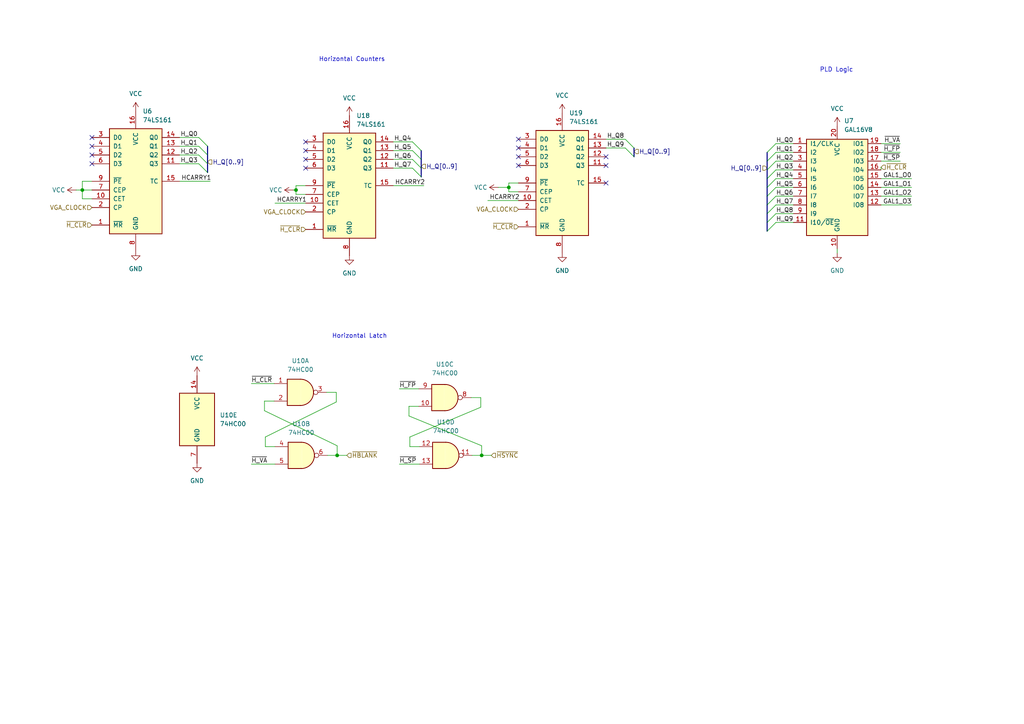
<source format=kicad_sch>
(kicad_sch (version 20211123) (generator eeschema)
  (paper "A4")
  (title_block (title "Horizontal") (date "9/12/22") (rev "1.0") (company "Korey Bliss") (comment 1 "https://github.com/kblissExternal/6502"))
  (lib_symbols
    (symbol "74xx:74HC00" (pin_names (offset 1.016))
      (property "Reference" "U" (at 0 1.27 0))
      (property "Value" "74HC00" (at 0 -1.27 0))
      (symbol "74HC00_1_1"
        (arc (start 0 -3.81) (mid 3.81 0) (end 0 3.81) (stroke (width 0.254)) (fill (type background)))
        (polyline (pts (xy 0 3.81) (xy -3.81 3.81) (xy -3.81 -3.81) (xy 0 -3.81)) (stroke (width 0.254)) (fill (type background)))
        (pin input line (at -7.62 2.54 0) (length 3.81) (name "~") (number "1"))
        (pin input line (at -7.62 -2.54 0) (length 3.81) (name "~") (number "2"))
        (pin output inverted (at 7.62 0 180) (length 3.81) (name "~") (number "3"))
      )
      (symbol "74HC00_1_2"
        (arc (start -3.81 -3.81) (mid -2.589 0) (end -3.81 3.81) (stroke (width 0.254)))
        (arc (start -0.6096 -3.81) (mid 2.1842 -2.5851) (end 3.81 0) (stroke (width 0.254)) (fill (type background)))
        (polyline (pts (xy -3.81 -3.81) (xy -0.635 -3.81)) (stroke (width 0.254)) (fill (type background)))
        (polyline (pts (xy -3.81 3.81) (xy -0.635 3.81)) (stroke (width 0.254)) (fill (type background)))
        (polyline (pts (xy -0.635 3.81) (xy -3.81 3.81) (xy -3.81 3.81) (xy -3.556 3.4036) (xy -3.0226 2.2606) (xy -2.6924 1.0414) (xy -2.6162 -0.254) (xy -2.7686 -1.4986) (xy -3.175 -2.7178) (xy -3.81 -3.81) (xy -3.81 -3.81) (xy -0.635 -3.81)) (stroke (width -25.4)) (fill (type background)))
        (arc (start 3.81 0) (mid 2.1915 2.5936) (end -0.6096 3.81) (stroke (width 0.254)) (fill (type background)))
        (pin input inverted (at -7.62 2.54 0) (length 4.318) (name "~") (number "1"))
        (pin input inverted (at -7.62 -2.54 0) (length 4.318) (name "~") (number "2"))
        (pin output line (at 7.62 0 180) (length 3.81) (name "~") (number "3"))
      )
      (symbol "74HC00_2_1"
        (arc (start 0 -3.81) (mid 3.81 0) (end 0 3.81) (stroke (width 0.254)) (fill (type background)))
        (polyline (pts (xy 0 3.81) (xy -3.81 3.81) (xy -3.81 -3.81) (xy 0 -3.81)) (stroke (width 0.254)) (fill (type background)))
        (pin input line (at -7.62 2.54 0) (length 3.81) (name "~") (number "4"))
        (pin input line (at -7.62 -2.54 0) (length 3.81) (name "~") (number "5"))
        (pin output inverted (at 7.62 0 180) (length 3.81) (name "~") (number "6"))
      )
      (symbol "74HC00_2_2"
        (arc (start -3.81 -3.81) (mid -2.589 0) (end -3.81 3.81) (stroke (width 0.254)))
        (arc (start -0.6096 -3.81) (mid 2.1842 -2.5851) (end 3.81 0) (stroke (width 0.254)) (fill (type background)))
        (polyline (pts (xy -3.81 -3.81) (xy -0.635 -3.81)) (stroke (width 0.254)) (fill (type background)))
        (polyline (pts (xy -3.81 3.81) (xy -0.635 3.81)) (stroke (width 0.254)) (fill (type background)))
        (polyline (pts (xy -0.635 3.81) (xy -3.81 3.81) (xy -3.81 3.81) (xy -3.556 3.4036) (xy -3.0226 2.2606) (xy -2.6924 1.0414) (xy -2.6162 -0.254) (xy -2.7686 -1.4986) (xy -3.175 -2.7178) (xy -3.81 -3.81) (xy -3.81 -3.81) (xy -0.635 -3.81)) (stroke (width -25.4)) (fill (type background)))
        (arc (start 3.81 0) (mid 2.1915 2.5936) (end -0.6096 3.81) (stroke (width 0.254)) (fill (type background)))
        (pin input inverted (at -7.62 2.54 0) (length 4.318) (name "~") (number "4"))
        (pin input inverted (at -7.62 -2.54 0) (length 4.318) (name "~") (number "5"))
        (pin output line (at 7.62 0 180) (length 3.81) (name "~") (number "6"))
      )
      (symbol "74HC00_3_1"
        (arc (start 0 -3.81) (mid 3.81 0) (end 0 3.81) (stroke (width 0.254)) (fill (type background)))
        (polyline (pts (xy 0 3.81) (xy -3.81 3.81) (xy -3.81 -3.81) (xy 0 -3.81)) (stroke (width 0.254)) (fill (type background)))
        (pin input line (at -7.62 -2.54 0) (length 3.81) (name "~") (number "10"))
        (pin output inverted (at 7.62 0 180) (length 3.81) (name "~") (number "8"))
        (pin input line (at -7.62 2.54 0) (length 3.81) (name "~") (number "9"))
      )
      (symbol "74HC00_3_2"
        (arc (start -3.81 -3.81) (mid -2.589 0) (end -3.81 3.81) (stroke (width 0.254)))
        (arc (start -0.6096 -3.81) (mid 2.1842 -2.5851) (end 3.81 0) (stroke (width 0.254)) (fill (type background)))
        (polyline (pts (xy -3.81 -3.81) (xy -0.635 -3.81)) (stroke (width 0.254)) (fill (type background)))
        (polyline (pts (xy -3.81 3.81) (xy -0.635 3.81)) (stroke (width 0.254)) (fill (type background)))
        (polyline (pts (xy -0.635 3.81) (xy -3.81 3.81) (xy -3.81 3.81) (xy -3.556 3.4036) (xy -3.0226 2.2606) (xy -2.6924 1.0414) (xy -2.6162 -0.254) (xy -2.7686 -1.4986) (xy -3.175 -2.7178) (xy -3.81 -3.81) (xy -3.81 -3.81) (xy -0.635 -3.81)) (stroke (width -25.4)) (fill (type background)))
        (arc (start 3.81 0) (mid 2.1915 2.5936) (end -0.6096 3.81) (stroke (width 0.254)) (fill (type background)))
        (pin input inverted (at -7.62 -2.54 0) (length 4.318) (name "~") (number "10"))
        (pin output line (at 7.62 0 180) (length 3.81) (name "~") (number "8"))
        (pin input inverted (at -7.62 2.54 0) (length 4.318) (name "~") (number "9"))
      )
      (symbol "74HC00_4_1"
        (arc (start 0 -3.81) (mid 3.81 0) (end 0 3.81) (stroke (width 0.254)) (fill (type background)))
        (polyline (pts (xy 0 3.81) (xy -3.81 3.81) (xy -3.81 -3.81) (xy 0 -3.81)) (stroke (width 0.254)) (fill (type background)))
        (pin output inverted (at 7.62 0 180) (length 3.81) (name "~") (number "11"))
        (pin input line (at -7.62 2.54 0) (length 3.81) (name "~") (number "12"))
        (pin input line (at -7.62 -2.54 0) (length 3.81) (name "~") (number "13"))
      )
      (symbol "74HC00_4_2"
        (arc (start -3.81 -3.81) (mid -2.589 0) (end -3.81 3.81) (stroke (width 0.254)))
        (arc (start -0.6096 -3.81) (mid 2.1842 -2.5851) (end 3.81 0) (stroke (width 0.254)) (fill (type background)))
        (polyline (pts (xy -3.81 -3.81) (xy -0.635 -3.81)) (stroke (width 0.254)) (fill (type background)))
        (polyline (pts (xy -3.81 3.81) (xy -0.635 3.81)) (stroke (width 0.254)) (fill (type background)))
        (polyline (pts (xy -0.635 3.81) (xy -3.81 3.81) (xy -3.81 3.81) (xy -3.556 3.4036) (xy -3.0226 2.2606) (xy -2.6924 1.0414) (xy -2.6162 -0.254) (xy -2.7686 -1.4986) (xy -3.175 -2.7178) (xy -3.81 -3.81) (xy -3.81 -3.81) (xy -0.635 -3.81)) (stroke (width -25.4)) (fill (type background)))
        (arc (start 3.81 0) (mid 2.1915 2.5936) (end -0.6096 3.81) (stroke (width 0.254)) (fill (type background)))
        (pin output line (at 7.62 0 180) (length 3.81) (name "~") (number "11"))
        (pin input inverted (at -7.62 2.54 0) (length 4.318) (name "~") (number "12"))
        (pin input inverted (at -7.62 -2.54 0) (length 4.318) (name "~") (number "13"))
      )
      (symbol "74HC00_5_0"
        (pin power_in line (at 0 12.7 270) (length 5.08) (name "VCC") (number "14"))
        (pin power_in line (at 0 -12.7 90) (length 5.08) (name "GND") (number "7"))
      )
      (symbol "74HC00_5_1"
        (rectangle (start -5.08 7.62) (end 5.08 -7.62) (stroke (width 0.254)) (fill (type background)))
      )
    )
    (symbol "74xx:74LS161" (pin_names (offset 1.016))
      (property "Reference" "U" (at -7.62 16.51 0))
      (property "Value" "74LS161" (at -7.62 -16.51 0))
      (symbol "74LS161_1_0"
        (pin input line (at -12.7 -12.7 0) (length 5.08) (name "~{MR}") (number "1"))
        (pin input line (at -12.7 -5.08 0) (length 5.08) (name "CET") (number "10"))
        (pin output line (at 12.7 5.08 180) (length 5.08) (name "Q3") (number "11"))
        (pin output line (at 12.7 7.62 180) (length 5.08) (name "Q2") (number "12"))
        (pin output line (at 12.7 10.16 180) (length 5.08) (name "Q1") (number "13"))
        (pin output line (at 12.7 12.7 180) (length 5.08) (name "Q0") (number "14"))
        (pin output line (at 12.7 0 180) (length 5.08) (name "TC") (number "15"))
        (pin power_in line (at 0 20.32 270) (length 5.08) (name "VCC") (number "16"))
        (pin input line (at -12.7 -7.62 0) (length 5.08) (name "CP") (number "2"))
        (pin input line (at -12.7 12.7 0) (length 5.08) (name "D0") (number "3"))
        (pin input line (at -12.7 10.16 0) (length 5.08) (name "D1") (number "4"))
        (pin input line (at -12.7 7.62 0) (length 5.08) (name "D2") (number "5"))
        (pin input line (at -12.7 5.08 0) (length 5.08) (name "D3") (number "6"))
        (pin input line (at -12.7 -2.54 0) (length 5.08) (name "CEP") (number "7"))
        (pin power_in line (at 0 -20.32 90) (length 5.08) (name "GND") (number "8"))
        (pin input line (at -12.7 0 0) (length 5.08) (name "~{PE}") (number "9"))
      )
      (symbol "74LS161_1_1"
        (rectangle (start -7.62 15.24) (end 7.62 -15.24) (stroke (width 0.254)) (fill (type background)))
      )
    )
    (symbol "Logic_Programmable:GAL16V8" (pin_names (offset 1.016))
      (property "Reference" "U" (at -8.89 16.51 0))
      (property "Value" "GAL16V8" (at 1.27 16.51 0))
      (symbol "GAL16V8_0_0"
        (pin power_in line (at 0 -17.78 90) (length 3.81) (name "GND") (number "10"))
        (pin power_in line (at 0 17.78 270) (length 3.81) (name "VCC") (number "20"))
      )
      (symbol "GAL16V8_0_1"
        (rectangle (start -8.89 13.97) (end 8.89 -13.97) (stroke (width 0.254)) (fill (type background)))
      )
      (symbol "GAL16V8_1_1"
        (pin input line (at -12.7 12.7 0) (length 3.81) (name "I1/CLK") (number "1"))
        (pin input line (at -12.7 -10.16 0) (length 3.81) (name "I10/~{OE}") (number "11"))
        (pin tri_state line (at 12.7 -5.08 180) (length 3.81) (name "IO8") (number "12"))
        (pin tri_state line (at 12.7 -2.54 180) (length 3.81) (name "IO7") (number "13"))
        (pin tri_state line (at 12.7 0 180) (length 3.81) (name "IO6") (number "14"))
        (pin tri_state line (at 12.7 2.54 180) (length 3.81) (name "IO5") (number "15"))
        (pin tri_state line (at 12.7 5.08 180) (length 3.81) (name "IO4") (number "16"))
        (pin tri_state line (at 12.7 7.62 180) (length 3.81) (name "I03") (number "17"))
        (pin tri_state line (at 12.7 10.16 180) (length 3.81) (name "IO2") (number "18"))
        (pin tri_state line (at 12.7 12.7 180) (length 3.81) (name "IO1") (number "19"))
        (pin input line (at -12.7 10.16 0) (length 3.81) (name "I2") (number "2"))
        (pin input line (at -12.7 7.62 0) (length 3.81) (name "I3") (number "3"))
        (pin input line (at -12.7 5.08 0) (length 3.81) (name "I4") (number "4"))
        (pin input line (at -12.7 2.54 0) (length 3.81) (name "I5") (number "5"))
        (pin input line (at -12.7 0 0) (length 3.81) (name "I6") (number "6"))
        (pin input line (at -12.7 -2.54 0) (length 3.81) (name "I7") (number "7"))
        (pin input line (at -12.7 -5.08 0) (length 3.81) (name "I8") (number "8"))
        (pin input line (at -12.7 -7.62 0) (length 3.81) (name "I9") (number "9"))
      )
    )
    (symbol "power:GND" (power) (pin_names (offset 0))
      (property "Value" "GND" (at 0 -3.81 0))
      (symbol "GND_0_1"
        (polyline (pts (xy 0 0) (xy 0 -1.27) (xy 1.27 -1.27) (xy 0 -2.54) (xy -1.27 -1.27) (xy 0 -1.27)))
      )
      (symbol "GND_1_1"
        (pin power_in line (at 0 0 270) (length 0) hide (name "GND") (number "1"))
      )
    )
    (symbol "power:VCC" (power) (pin_names (offset 0))
      (property "Value" "VCC" (at 0 3.81 0))
      (symbol "VCC_0_1"
        (polyline (pts (xy -0.762 1.27) (xy 0 2.54)))
        (polyline (pts (xy 0 0) (xy 0 2.54)))
        (polyline (pts (xy 0 2.54) (xy 0.762 1.27)))
      )
      (symbol "VCC_1_1"
        (pin power_in line (at 0 0 90) (length 0) hide (name "VCC") (number "1"))
      )
    )
  )
  (junction (at 23.876 55.118))
  (junction (at 139.7 132.08))
  (junction (at 147.574 54.356))
  (junction (at 85.852 55.118))
  (junction (at 97.79 132.08))
  (no_connect (at 175.768 45.466))
  (no_connect (at 88.646 46.228))
  (no_connect (at 88.646 48.768))
  (no_connect (at 150.368 45.466))
  (no_connect (at 88.646 43.688))
  (no_connect (at 26.67 42.418))
  (no_connect (at 26.67 47.498))
  (no_connect (at 26.67 44.958))
  (no_connect (at 26.67 39.878))
  (no_connect (at 88.646 41.148))
  (no_connect (at 175.768 53.086))
  (no_connect (at 150.368 40.386))
  (no_connect (at 150.368 42.926))
  (no_connect (at 175.768 48.006))
  (no_connect (at 150.368 48.006))
  (bus_entry (at 119.634 43.688) (size 2.54 2.54))
  (bus_entry (at 225.044 59.436) (size -2.54 2.54))
  (bus_entry (at 225.044 64.516) (size -2.54 2.54))
  (bus_entry (at 225.044 54.356) (size -2.54 2.54))
  (bus_entry (at 57.658 39.878) (size 2.54 2.54))
  (bus_entry (at 57.658 47.498) (size 2.54 2.54))
  (bus_entry (at 119.634 46.228) (size 2.54 2.54))
  (bus_entry (at 225.044 44.196) (size -2.54 2.54))
  (bus_entry (at 225.044 49.276) (size -2.54 2.54))
  (bus_entry (at 225.044 56.896) (size -2.54 2.54))
  (bus_entry (at 181.356 40.386) (size 2.54 2.54))
  (bus_entry (at 57.658 44.958) (size 2.54 2.54))
  (bus_entry (at 225.044 61.976) (size -2.54 2.54))
  (bus_entry (at 119.634 41.148) (size 2.54 2.54))
  (bus_entry (at 181.356 42.926) (size 2.54 2.54))
  (bus_entry (at 225.044 51.816) (size -2.54 2.54))
  (bus_entry (at 57.658 42.418) (size 2.54 2.54))
  (bus_entry (at 225.044 46.736) (size -2.54 2.54))
  (bus_entry (at 225.044 41.656) (size -2.54 2.54))
  (bus_entry (at 119.634 48.768) (size 2.54 2.54))
  (bus (pts (xy 222.504 64.516) (xy 222.504 67.056)))
  (bus (pts (xy 60.198 44.958) (xy 60.198 47.498)))
  (wire (pts (xy 23.876 57.658) (xy 23.876 55.118)))
  (wire (pts (xy 255.524 54.356) (xy 264.414 54.356)))
  (wire (pts (xy 255.524 44.196) (xy 261.112 44.196)))
  (wire (pts (xy 118.618 120.65) (xy 118.618 117.856)))
  (bus (pts (xy 222.504 49.276) (xy 222.504 51.816)))
  (wire (pts (xy 72.898 111.252) (xy 79.502 111.252)))
  (wire (pts (xy 23.876 52.578) (xy 26.67 52.578)))
  (wire (pts (xy 23.876 55.118) (xy 26.67 55.118)))
  (wire (pts (xy 114.046 48.768) (xy 119.634 48.768)))
  (wire (pts (xy 230.124 49.276) (xy 225.044 49.276)))
  (wire (pts (xy 76.962 129.54) (xy 79.756 129.54)))
  (wire (pts (xy 175.768 40.386) (xy 181.356 40.386)))
  (wire (pts (xy 139.446 118.11) (xy 139.446 115.316)))
  (wire (pts (xy 76.708 116.332) (xy 79.502 116.332)))
  (wire (pts (xy 52.07 47.498) (xy 57.658 47.498)))
  (bus (pts (xy 222.504 46.736) (xy 222.504 49.276)))
  (wire (pts (xy 118.872 126.746) (xy 139.446 118.11)))
  (wire (pts (xy 230.124 61.976) (xy 225.044 61.976)))
  (wire (pts (xy 115.824 112.776) (xy 121.412 112.776)))
  (bus (pts (xy 222.504 54.356) (xy 222.504 56.896)))
  (wire (pts (xy 97.79 132.08) (xy 100.584 132.08)))
  (wire (pts (xy 114.046 53.848) (xy 122.936 53.848)))
  (wire (pts (xy 118.618 117.856) (xy 121.412 117.856)))
  (wire (pts (xy 118.872 129.54) (xy 118.872 126.746)))
  (wire (pts (xy 255.524 56.896) (xy 264.414 56.896)))
  (wire (pts (xy 147.574 54.356) (xy 147.574 55.626)))
  (wire (pts (xy 255.524 59.436) (xy 264.414 59.436)))
  (wire (pts (xy 147.574 55.626) (xy 150.368 55.626)))
  (wire (pts (xy 141.478 58.166) (xy 150.368 58.166)))
  (bus (pts (xy 222.504 61.976) (xy 222.504 64.516)))
  (bus (pts (xy 222.504 56.896) (xy 222.504 59.436)))
  (wire (pts (xy 255.524 46.736) (xy 261.112 46.736)))
  (bus (pts (xy 122.174 43.688) (xy 122.174 46.228)))
  (wire (pts (xy 118.872 129.54) (xy 121.666 129.54)))
  (wire (pts (xy 230.124 41.656) (xy 225.044 41.656)))
  (wire (pts (xy 94.996 132.08) (xy 97.79 132.08)))
  (wire (pts (xy 79.756 58.928) (xy 88.646 58.928)))
  (wire (pts (xy 230.124 59.436) (xy 225.044 59.436)))
  (wire (pts (xy 147.574 54.356) (xy 147.574 53.086)))
  (bus (pts (xy 60.198 47.498) (xy 60.198 50.038)))
  (wire (pts (xy 230.124 44.196) (xy 225.044 44.196)))
  (wire (pts (xy 230.124 56.896) (xy 225.044 56.896)))
  (wire (pts (xy 94.742 113.792) (xy 97.536 113.792)))
  (wire (pts (xy 76.708 119.126) (xy 97.79 129.286)))
  (bus (pts (xy 122.174 48.768) (xy 122.174 51.308)))
  (wire (pts (xy 255.524 51.816) (xy 264.414 51.816)))
  (wire (pts (xy 242.824 72.136) (xy 242.824 73.406)))
  (wire (pts (xy 52.07 44.958) (xy 57.658 44.958)))
  (wire (pts (xy 97.536 116.586) (xy 97.536 113.792)))
  (wire (pts (xy 255.524 49.276) (xy 255.524 48.514)))
  (bus (pts (xy 183.896 42.926) (xy 183.896 45.466)))
  (wire (pts (xy 72.898 134.62) (xy 79.756 134.62)))
  (wire (pts (xy 139.7 132.08) (xy 142.494 132.08)))
  (wire (pts (xy 76.708 119.126) (xy 76.708 116.332)))
  (wire (pts (xy 97.79 132.08) (xy 97.79 129.286)))
  (wire (pts (xy 76.962 129.54) (xy 76.962 126.746)))
  (bus (pts (xy 60.198 42.418) (xy 60.198 44.958)))
  (wire (pts (xy 22.098 55.118) (xy 23.876 55.118)))
  (wire (pts (xy 114.046 43.688) (xy 119.634 43.688)))
  (wire (pts (xy 52.07 39.878) (xy 57.658 39.878)))
  (bus (pts (xy 222.504 51.816) (xy 222.504 54.356)))
  (wire (pts (xy 175.768 42.926) (xy 181.356 42.926)))
  (wire (pts (xy 114.046 41.148) (xy 119.634 41.148)))
  (wire (pts (xy 230.124 51.816) (xy 225.044 51.816)))
  (wire (pts (xy 23.876 55.118) (xy 23.876 52.578)))
  (wire (pts (xy 85.09 55.118) (xy 85.852 55.118)))
  (wire (pts (xy 85.852 55.118) (xy 85.852 53.848)))
  (wire (pts (xy 23.876 57.658) (xy 26.67 57.658)))
  (wire (pts (xy 136.652 115.316) (xy 139.446 115.316)))
  (wire (pts (xy 147.574 53.086) (xy 150.368 53.086)))
  (wire (pts (xy 115.824 134.62) (xy 121.666 134.62)))
  (wire (pts (xy 85.852 53.848) (xy 88.646 53.848)))
  (wire (pts (xy 52.07 42.418) (xy 57.658 42.418)))
  (wire (pts (xy 144.526 54.356) (xy 147.574 54.356)))
  (wire (pts (xy 118.618 120.65) (xy 139.7 129.286)))
  (bus (pts (xy 222.504 44.196) (xy 222.504 46.736)))
  (wire (pts (xy 85.852 55.118) (xy 85.852 56.388)))
  (wire (pts (xy 139.7 132.08) (xy 139.7 129.286)))
  (wire (pts (xy 52.07 52.578) (xy 60.96 52.578)))
  (wire (pts (xy 230.124 46.736) (xy 225.044 46.736)))
  (wire (pts (xy 76.962 126.746) (xy 97.536 116.586)))
  (wire (pts (xy 85.852 56.388) (xy 88.646 56.388)))
  (wire (pts (xy 255.524 41.656) (xy 261.112 41.656)))
  (wire (pts (xy 114.046 46.228) (xy 119.634 46.228)))
  (wire (pts (xy 230.124 64.516) (xy 225.044 64.516)))
  (bus (pts (xy 122.174 46.228) (xy 122.174 48.768)))
  (wire (pts (xy 136.906 132.08) (xy 139.7 132.08)))
  (wire (pts (xy 230.124 54.356) (xy 225.044 54.356)))
  (bus (pts (xy 222.504 59.436) (xy 222.504 61.976)))
  (text "Horizontal Latch" (at 96.266 98.298 0) (effects (font (size 1.27 1.27)) (justify left bottom)))
  (text "Horizontal Counters" (at 92.456 18.034 0) (effects (font (size 1.27 1.27)) (justify left bottom)))
  (text "PLD Logic" (at 237.744 21.082 0) (effects (font (size 1.27 1.27)) (justify left bottom)))
  (label "H_Q9" (at 176.022 42.926 0))
  (label "H_Q3" (at 52.324 47.498 0))
  (label "HCARRY2" (at 141.986 58.166 0))
  (label "H_Q8" (at 230.124 61.976 180))
  (label "GAL1_O2" (at 264.414 56.896 180))
  (label "H_Q6" (at 114.3 46.228 0))
  (label "HCARRY2" (at 114.554 53.848 0))
  (label "H_Q2" (at 52.324 44.958 0))
  (label "GAL1_O1" (at 264.414 54.356 180))
  (label "H_Q8" (at 176.022 40.386 0))
  (label "~{H_SP}" (at 115.824 134.62 0))
  (label "H_Q4" (at 114.3 41.148 0))
  (label "~{H_CLR}" (at 72.898 111.252 0))
  (label "H_Q5" (at 230.124 54.356 180))
  (label "H_Q7" (at 114.3 48.768 0))
  (label "H_Q0" (at 52.324 39.878 0))
  (label "HCARRY1" (at 80.264 58.928 0))
  (label "H_Q2" (at 230.124 46.736 180))
  (label "GAL1_O3" (at 264.414 59.436 180))
  (label "~{H_FP}" (at 261.112 44.196 180))
  (label "H_Q5" (at 114.3 43.688 0))
  (label "GAL1_O0" (at 264.414 51.816 180))
  (label "~{H_VA}" (at 261.112 41.656 180))
  (label "H_Q9" (at 230.124 64.516 180))
  (label "H_Q1" (at 230.124 44.196 180))
  (label "H_Q4" (at 230.124 51.816 180))
  (label "H_Q0" (at 230.124 41.656 180))
  (label "HCARRY1" (at 52.578 52.578 0))
  (label "H_Q1" (at 52.324 42.418 0))
  (label "~{H_VA}" (at 72.898 134.62 0))
  (label "H_Q6" (at 230.124 56.896 180))
  (label "H_Q7" (at 230.124 59.436 180))
  (label "~{H_SP}" (at 261.112 46.736 180))
  (label "H_Q3" (at 230.124 49.276 180))
  (label "~{H_FP}" (at 115.824 112.776 0))
  (hierarchical_label "H_Q[0..9]" (shape input) (at 60.198 46.99 0))
  (hierarchical_label "~{H_CLR}" (shape input) (at 150.368 65.786 180))
  (hierarchical_label "~{HBLANK}" (shape input) (at 100.584 132.08 0))
  (hierarchical_label "VGA_CLOCK" (shape input) (at 150.368 60.706 180))
  (hierarchical_label "VGA_CLOCK" (shape input) (at 88.646 61.468 180))
  (hierarchical_label "~{HSYNC}" (shape input) (at 142.494 132.08 0))
  (hierarchical_label "H_Q[0..9]" (shape input) (at 222.504 48.768 180))
  (hierarchical_label "VGA_CLOCK" (shape input) (at 26.67 60.198 180))
  (hierarchical_label "H_Q[0..9]" (shape input) (at 122.174 48.26 0))
  (hierarchical_label "H_Q[0..9]" (shape input) (at 183.896 43.942 0))
  (hierarchical_label "~{H_CLR}" (shape input) (at 26.67 65.278 180))
  (hierarchical_label "~{H_CLR}" (shape input) (at 88.646 66.548 180))
  (hierarchical_label "~{H_CLR}" (shape input) (at 255.524 48.514 0))
  (symbol (lib_id "power:GND") (at 101.346 74.168 0) (unit 1)
    (property "Reference" "#PWR0138" (effects hide))
    (property "Value" "GND" (at 101.346 79.248 0))
  )
  (symbol (lib_id "74xx:74HC00") (at 57.15 121.666 0) (unit 5)
    (property "Reference" "U10" (at 63.754 120.3959 0) (effects (justify left)))
    (property "Value" "74HC00" (at 63.754 122.9359 0) (effects (justify left)))
    (property "Footprint" "Package_DIP:DIP-14_W7.62mm_Socket" (effects hide))
    (property "Datasheet" "http://www.ti.com/lit/gpn/sn74hc00" (effects hide))
    (property "ComponentPurchaseUrl" "https://mou.sr/3BgiB2x" (effects hide))
    (property "FootprintPurchaseUrl" "https://mou.sr/3DAlE8i" (effects hide))
  )
  (symbol (lib_id "power:VCC") (at 39.37 32.258 0) (unit 1)
    (property "Reference" "#PWR0140" (effects hide))
    (property "Value" "VCC" (at 39.37 27.178 0))
  )
  (symbol (lib_id "power:GND") (at 242.824 73.406 0) (unit 1)
    (property "Reference" "#PWR0119" (effects hide))
    (property "Value" "GND" (at 242.824 78.486 0))
  )
  (symbol (lib_id "74xx:74HC00") (at 129.286 132.08 0) (unit 4)
    (property "Reference" "U10" (at 129.286 122.428 0))
    (property "Value" "74HC00" (at 129.286 124.968 0))
    (property "Footprint" "Package_DIP:DIP-14_W7.62mm_Socket" (effects hide))
    (property "Datasheet" "http://www.ti.com/lit/gpn/sn74hc00" (effects hide))
    (property "ComponentPurchaseUrl" "https://mou.sr/3BgiB2x" (effects hide))
    (property "FootprintPurchaseUrl" "https://mou.sr/3DAlE8i" (effects hide))
  )
  (symbol (lib_id "power:VCC") (at 85.09 55.118 90) (unit 1)
    (property "Reference" "#PWR0160" (effects hide))
    (property "Value" "VCC" (at 80.01 55.118 90))
  )
  (symbol (lib_id "power:VCC") (at 22.098 55.118 90) (unit 1)
    (property "Reference" "#PWR0158" (effects hide))
    (property "Value" "VCC" (at 17.018 55.118 90))
  )
  (symbol (lib_id "74xx:74LS161") (at 163.068 53.086 0) (unit 1)
    (property "Reference" "U19" (at 165.0874 32.766 0) (effects (justify left)))
    (property "Value" "74LS161" (at 165.0874 35.306 0) (effects (justify left)))
    (property "Footprint" "Package_DIP:DIP-16_W7.62mm_Socket" (effects hide))
    (property "Datasheet" "http://www.ti.com/lit/gpn/sn74LS161" (effects hide))
    (property "ComponentPurchaseUrl" "https://mou.sr/3BzZZfc" (effects hide))
    (property "FootprintPurchaseUrl" "https://mou.sr/3xt2Q7o" (effects hide))
  )
  (symbol (lib_id "power:VCC") (at 144.526 54.356 90) (unit 1)
    (property "Reference" "#PWR0159" (effects hide))
    (property "Value" "VCC" (at 139.446 54.356 90))
  )
  (symbol (lib_id "power:VCC") (at 242.824 36.576 0) (unit 1)
    (property "Reference" "#PWR0118" (effects hide))
    (property "Value" "VCC" (at 242.824 31.496 0))
  )
  (symbol (lib_id "power:GND") (at 163.068 73.406 0) (unit 1)
    (property "Reference" "#PWR0115" (effects hide))
    (property "Value" "GND" (at 163.068 78.486 0))
  )
  (symbol (lib_id "Logic_Programmable:GAL16V8") (at 242.824 54.356 0) (unit 1)
    (property "Reference" "U7" (at 244.8434 35.052 0) (effects (justify left)))
    (property "Value" "GAL16V8" (at 244.8434 37.592 0) (effects (justify left)))
    (property "Footprint" "Package_DIP:DIP-20_W7.62mm_Socket" (effects hide))
    (property "Datasheet" "http://ww1.microchip.com/downloads/en/devicedoc/DOC0425.PDF" (effects hide))
    (property "ComponentPurchaseUrl" "https://mou.sr/3qwJien" (effects hide))
    (property "FootprintPurchaseUrl" "https://mou.sr/3defX5i" (effects hide))
  )
  (symbol (lib_id "74xx:74HC00") (at 87.122 113.792 0) (unit 1)
    (property "Reference" "U10" (at 87.122 104.648 0))
    (property "Value" "74HC00" (at 87.122 107.188 0))
    (property "Footprint" "Package_DIP:DIP-14_W7.62mm_Socket" (effects hide))
    (property "Datasheet" "http://www.ti.com/lit/gpn/sn74hc00" (effects hide))
    (property "ComponentPurchaseUrl" "https://mou.sr/3BgiB2x" (effects hide))
    (property "FootprintPurchaseUrl" "https://mou.sr/3DAlE8i" (effects hide))
  )
  (symbol (lib_id "74xx:74LS161") (at 101.346 53.848 0) (unit 1)
    (property "Reference" "U18" (at 103.3654 33.528 0) (effects (justify left)))
    (property "Value" "74LS161" (at 103.3654 36.068 0) (effects (justify left)))
    (property "Footprint" "Package_DIP:DIP-16_W7.62mm_Socket" (effects hide))
    (property "Datasheet" "http://www.ti.com/lit/gpn/sn74LS161" (effects hide))
    (property "ComponentPurchaseUrl" "https://mou.sr/3BzZZfc" (effects hide))
    (property "FootprintPurchaseUrl" "https://mou.sr/3xt2Q7o" (effects hide))
  )
  (symbol (lib_id "power:VCC") (at 101.346 33.528 0) (unit 1)
    (property "Reference" "#PWR0137" (effects hide))
    (property "Value" "VCC" (at 101.346 28.448 0))
  )
  (symbol (lib_id "power:GND") (at 39.37 72.898 0) (unit 1)
    (property "Reference" "#PWR0142" (effects hide))
    (property "Value" "GND" (at 39.37 77.978 0))
  )
  (symbol (lib_id "74xx:74HC00") (at 129.032 115.316 0) (unit 3)
    (property "Reference" "U10" (at 129.032 105.664 0))
    (property "Value" "74HC00" (at 129.032 108.204 0))
    (property "Footprint" "Package_DIP:DIP-14_W7.62mm_Socket" (effects hide))
    (property "Datasheet" "http://www.ti.com/lit/gpn/sn74hc00" (effects hide))
    (property "ComponentPurchaseUrl" "https://mou.sr/3BgiB2x" (effects hide))
    (property "FootprintPurchaseUrl" "https://mou.sr/3DAlE8i" (effects hide))
  )
  (symbol (lib_id "74xx:74LS161") (at 39.37 52.578 0) (unit 1)
    (property "Reference" "U6" (at 41.3894 32.258 0) (effects (justify left)))
    (property "Value" "74LS161" (at 41.3894 34.798 0) (effects (justify left)))
    (property "Footprint" "Package_DIP:DIP-16_W7.62mm_Socket" (effects hide))
    (property "Datasheet" "http://www.ti.com/lit/gpn/sn74LS161" (effects hide))
    (property "ComponentPurchaseUrl" "https://mou.sr/3BzZZfc" (effects hide))
    (property "FootprintPurchaseUrl" "https://mou.sr/3xt2Q7o" (effects hide))
  )
  (symbol (lib_id "74xx:74HC00") (at 87.376 132.08 0) (unit 2)
    (property "Reference" "U10" (at 87.376 122.936 0))
    (property "Value" "74HC00" (at 87.376 125.476 0))
    (property "Footprint" "Package_DIP:DIP-14_W7.62mm_Socket" (effects hide))
    (property "Datasheet" "http://www.ti.com/lit/gpn/sn74hc00" (effects hide))
    (property "ComponentPurchaseUrl" "https://mou.sr/3BgiB2x" (effects hide))
    (property "FootprintPurchaseUrl" "https://mou.sr/3DAlE8i" (effects hide))
  )
  (symbol (lib_id "power:GND") (at 57.15 134.366 0) (unit 1)
    (property "Reference" "#PWR0120" (effects hide))
    (property "Value" "GND" (at 57.15 139.446 0))
  )
  (symbol (lib_id "power:VCC") (at 163.068 32.766 0) (unit 1)
    (property "Reference" "#PWR0117" (effects hide))
    (property "Value" "VCC" (at 163.068 27.686 0))
  )
  (symbol (lib_id "power:VCC") (at 57.15 108.966 0) (unit 1)
    (property "Reference" "#PWR0121" (effects hide))
    (property "Value" "VCC" (at 57.15 103.886 0))
  )
)
</source>
